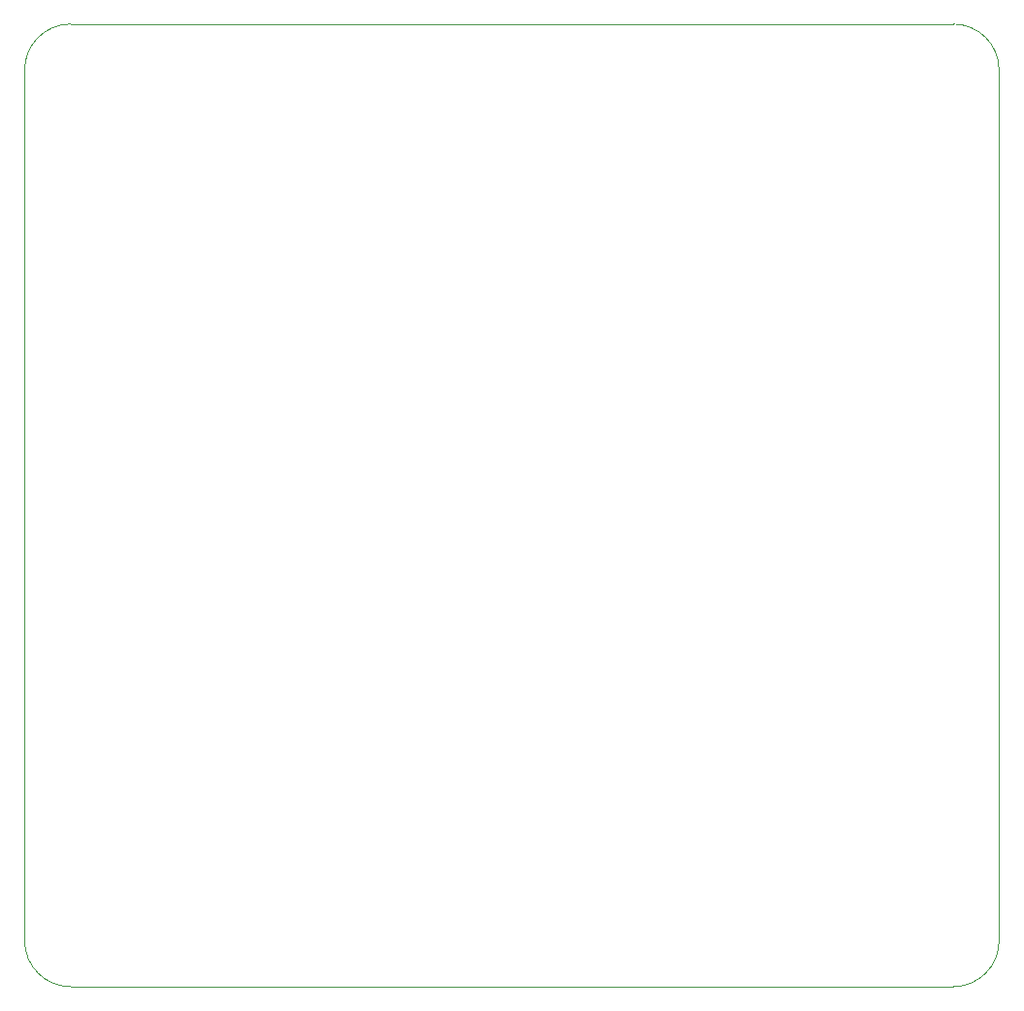
<source format=gm1>
G04*
G04 #@! TF.GenerationSoftware,Altium Limited,Altium Designer,22.10.1 (41)*
G04*
G04 Layer_Color=16711935*
%FSAX44Y44*%
%MOMM*%
G71*
G04*
G04 #@! TF.SameCoordinates,19A9066D-69EC-4412-BDAA-CEE194C5A0F3*
G04*
G04*
G04 #@! TF.FilePolarity,Positive*
G04*
G01*
G75*
%ADD150C,0.0500*%
D150*
X00040000Y00840000D02*
G03*
X00000000Y00800000I00000000J-00040000D01*
G01*
X00850000D02*
G03*
X00810000Y00840000I-00040000J00000000D01*
G01*
Y00000000D02*
G03*
X00850000Y00040000I00000000J00040000D01*
G01*
X00000000D02*
G03*
X00040000Y00000000I00040000J00000000D01*
G01*
X00850000Y00700000D02*
Y00800000D01*
X00000000Y00700000D02*
Y00800000D01*
X00040000Y00840000D02*
X00810000D01*
X00040000Y00000000D02*
X00810000D01*
X00000000Y00040000D02*
Y00700000D01*
X00850000Y00040000D02*
Y00700000D01*
M02*

</source>
